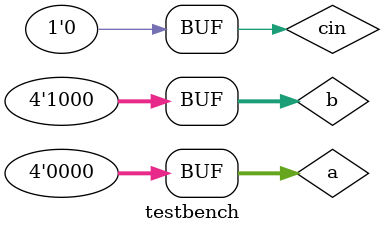
<source format=v>
`timescale 1ns / 1ps


module testbench;

    
    reg [3:0] a, b;
    wire [3:0] s;
    reg cin;
    wire cout;
    integer i;
    
    TOP DUT (.a(a), .b(b), .cin(cin), .cout(cout),.s(s));
    initial 
    begin
        //for(i = 0; i < 16; i = i + 1)
           // begin
            cin = 0;
            a = 4'b0000;

            b = 4'b1000; 
            //end
    end
    endmodule

</source>
